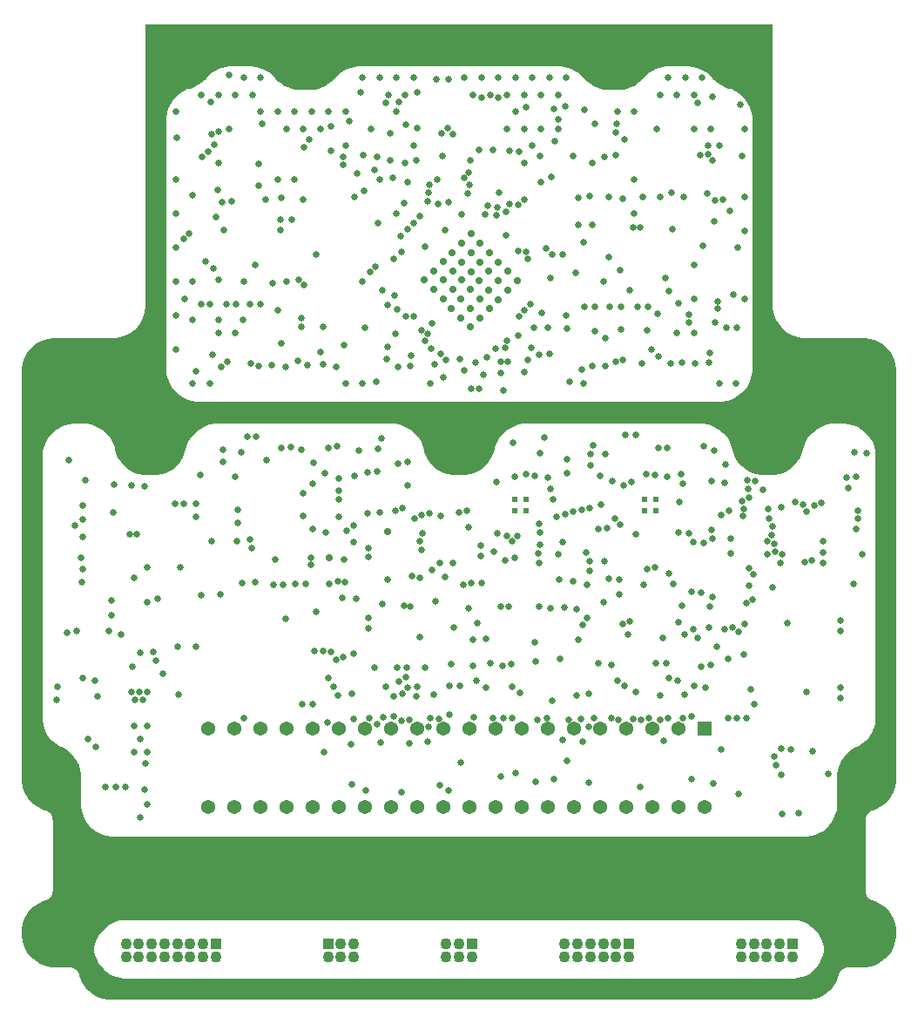
<source format=gbs>
G04*
G04 #@! TF.GenerationSoftware,Altium Limited,Altium Designer,21.4.1 (30)*
G04*
G04 Layer_Color=16711935*
%FSLAX25Y25*%
%MOIN*%
G70*
G04*
G04 #@! TF.SameCoordinates,52388346-E8D1-4751-8710-1ABE23D8764D*
G04*
G04*
G04 #@! TF.FilePolarity,Negative*
G04*
G01*
G75*
%ADD211C,0.05400*%
%ADD212R,0.05400X0.05400*%
%ADD213C,0.00400*%
%ADD214C,0.04337*%
%ADD215R,0.04337X0.04337*%
%ADD216C,0.02600*%
%ADD217C,0.02802*%
%ADD218C,0.02368*%
%ADD219C,0.02762*%
G36*
X351952Y315982D02*
X351978Y315164D01*
X352192Y313543D01*
X352615Y311964D01*
X353241Y310453D01*
X354058Y309037D01*
X355054Y307740D01*
X356210Y306584D01*
X357507Y305588D01*
X358923Y304771D01*
X360434Y304145D01*
X362013Y303722D01*
X363634Y303509D01*
X364452Y303482D01*
X387515D01*
X389140Y303268D01*
X390722Y302844D01*
X392236Y302217D01*
X393655Y301397D01*
X394955Y300400D01*
X396114Y299241D01*
X397111Y297941D01*
X397931Y296522D01*
X398558Y295008D01*
X398982Y293426D01*
X399196Y291801D01*
Y290982D01*
Y134861D01*
Y133854D01*
X398874Y131867D01*
X398238Y129957D01*
X397305Y128174D01*
X396098Y126562D01*
X394649Y125165D01*
X392995Y124017D01*
X391179Y123149D01*
X390214Y122866D01*
X389914Y122765D01*
X389344Y122492D01*
X388825Y122132D01*
X388370Y121693D01*
X387991Y121187D01*
X387698Y120627D01*
X387498Y120028D01*
X387397Y119404D01*
X387385Y119088D01*
Y92207D01*
X387397Y91891D01*
X387498Y91267D01*
X387698Y90667D01*
X387991Y90107D01*
X388370Y89601D01*
X388825Y89163D01*
X389344Y88802D01*
X389914Y88530D01*
X390214Y88429D01*
X390214Y88429D01*
X391179Y88145D01*
X392995Y87277D01*
X394649Y86129D01*
X396098Y84732D01*
X397305Y83121D01*
X398238Y81337D01*
X398874Y79427D01*
X399196Y77440D01*
Y74611D01*
X398982Y72987D01*
X398558Y71404D01*
X397931Y69890D01*
X397111Y68471D01*
X396114Y67171D01*
X394955Y66013D01*
X393655Y65015D01*
X392236Y64196D01*
X390722Y63569D01*
X389140Y63144D01*
X387515Y62931D01*
X380996D01*
X380669Y62917D01*
X380026Y62809D01*
X379409Y62597D01*
X378835Y62285D01*
X378321Y61883D01*
X377881Y61401D01*
X377526Y60854D01*
X377321Y60381D01*
X377266Y60255D01*
X377174Y59941D01*
X377175Y59941D01*
X376924Y58932D01*
X376097Y57025D01*
X374966Y55280D01*
X373563Y53746D01*
X371925Y52464D01*
X370098Y51471D01*
X368132Y50794D01*
X366082Y50450D01*
X97664D01*
X95613Y50794D01*
X93647Y51471D01*
X91821Y52464D01*
X90183Y53746D01*
X88779Y55280D01*
X87648Y57025D01*
X86821Y58932D01*
X86571Y59941D01*
X86479Y60255D01*
X86220Y60854D01*
X85865Y61401D01*
X85424Y61883D01*
X84910Y62285D01*
X84337Y62597D01*
X83720Y62809D01*
X83076Y62917D01*
X82750Y62931D01*
X76231D01*
X74606Y63144D01*
X73023Y63569D01*
X71509Y64196D01*
X70091Y65015D01*
X68791Y66013D01*
X67632Y67171D01*
X66634Y68471D01*
X65815Y69890D01*
X65188Y71404D01*
X64764Y72987D01*
X64550Y74611D01*
Y77440D01*
X64872Y79427D01*
X65508Y81337D01*
X66441Y83121D01*
X67648Y84732D01*
X69096Y86129D01*
X70750Y87277D01*
X72566Y88145D01*
X73532Y88429D01*
X73532Y88429D01*
X73832Y88530D01*
X74402Y88802D01*
X74921Y89163D01*
X75376Y89601D01*
X75755Y90107D01*
X76048Y90667D01*
X76247Y91267D01*
X76348Y91891D01*
X76361Y92207D01*
Y119088D01*
X76348Y119404D01*
X76247Y120028D01*
X76048Y120627D01*
X75755Y121187D01*
X75376Y121693D01*
X74921Y122132D01*
X74402Y122492D01*
X73832Y122765D01*
X73532Y122866D01*
X72566Y123149D01*
X70750Y124017D01*
X69096Y125165D01*
X67648Y126562D01*
X66441Y128174D01*
X65508Y129957D01*
X64872Y131867D01*
X64550Y133854D01*
Y134861D01*
Y290982D01*
Y291801D01*
X64764Y293426D01*
X65188Y295008D01*
X65815Y296522D01*
X66634Y297941D01*
X67632Y299241D01*
X68791Y300400D01*
X70091Y301397D01*
X71509Y302217D01*
X73023Y302844D01*
X74606Y303268D01*
X76231Y303482D01*
X99294D01*
X100112Y303509D01*
X101733Y303722D01*
X103312Y304145D01*
X104823Y304771D01*
X106239Y305588D01*
X107536Y306584D01*
X108692Y307740D01*
X109687Y309037D01*
X110505Y310453D01*
X111131Y311964D01*
X111554Y313543D01*
X111767Y315164D01*
X111794Y315982D01*
Y423403D01*
X351952D01*
Y315982D01*
D02*
G37*
%LPC*%
G36*
X320002Y407347D02*
X311294D01*
X309940Y407199D01*
X308610Y406905D01*
X307320Y406468D01*
X306084Y405893D01*
X304919Y405188D01*
X303837Y404360D01*
X302852Y403419D01*
X302413Y402898D01*
X301961Y402390D01*
X300977Y401451D01*
X299897Y400624D01*
X298733Y399920D01*
X297500Y399346D01*
X296212Y398909D01*
X294884Y398616D01*
X293532Y398468D01*
X292851Y398449D01*
X289232D01*
X288552Y398468D01*
X287199Y398616D01*
X285872Y398909D01*
X284583Y399346D01*
X283350Y399920D01*
X282186Y400624D01*
X281106Y401451D01*
X280122Y402390D01*
X279670Y402898D01*
X279231Y403419D01*
X278246Y404360D01*
X277164Y405188D01*
X275999Y405893D01*
X274764Y406468D01*
X273474Y406905D01*
X272143Y407199D01*
X270789Y407347D01*
X193184D01*
X191830Y407199D01*
X190500Y406905D01*
X189209Y406468D01*
X187974Y405893D01*
X186809Y405188D01*
X185727Y404360D01*
X184742Y403419D01*
X184303Y402898D01*
Y402898D01*
X183851Y402390D01*
X182867Y401451D01*
X181787Y400624D01*
X180623Y399920D01*
X179390Y399346D01*
X178102Y398909D01*
X176774Y398616D01*
X175421Y398468D01*
X174741Y398449D01*
X171122D01*
X170441Y398468D01*
X169089Y398616D01*
X167761Y398909D01*
X166473Y399346D01*
X165240Y399920D01*
X164076Y400624D01*
X162996Y401451D01*
X162012Y402390D01*
X161560Y402898D01*
X161121Y403419D01*
X160136Y404360D01*
X159054Y405188D01*
X157888Y405893D01*
X156653Y406468D01*
X155363Y406905D01*
X154033Y407199D01*
X152679Y407347D01*
X143971D01*
X142617Y407199D01*
X141287Y406905D01*
X139997Y406468D01*
X138762Y405893D01*
X137596Y405188D01*
X136515Y404360D01*
X135529Y403419D01*
X135090Y402898D01*
Y402898D01*
X134463Y402207D01*
X133063Y400975D01*
X131495Y399965D01*
X129794Y399199D01*
X128905Y398914D01*
X127927Y398640D01*
X126086Y397782D01*
X124407Y396639D01*
X122934Y395239D01*
X121707Y393620D01*
X120757Y391825D01*
X120110Y389899D01*
X119782Y387894D01*
Y386879D01*
Y291737D01*
Y290917D01*
X119996Y289293D01*
X120420Y287710D01*
X121047Y286196D01*
X121866Y284777D01*
X122864Y283477D01*
X124022Y282318D01*
X125322Y281321D01*
X126741Y280502D01*
X128255Y279875D01*
X129838Y279450D01*
X131463Y279237D01*
X332510D01*
X334135Y279450D01*
X335718Y279875D01*
X337232Y280502D01*
X338651Y281321D01*
X339951Y282318D01*
X341109Y283477D01*
X342107Y284777D01*
X342926Y286196D01*
X343553Y287710D01*
X343977Y289293D01*
X344191Y290917D01*
Y291737D01*
Y386879D01*
Y387894D01*
X343863Y389899D01*
X343216Y391825D01*
X342266Y393620D01*
X341039Y395239D01*
X339566Y396639D01*
X337887Y397782D01*
X336046Y398640D01*
X335068Y398914D01*
Y398914D01*
X335068Y398914D01*
X334179Y399199D01*
X332478Y399965D01*
X330910Y400975D01*
X329510Y402207D01*
X328883Y402898D01*
X328444Y403419D01*
X327458Y404360D01*
X326377Y405188D01*
X325211Y405893D01*
X323976Y406468D01*
X322686Y406905D01*
X321356Y407199D01*
X320002Y407347D01*
D02*
G37*
G36*
X379646Y270655D02*
X374634D01*
X372540Y270296D01*
X370536Y269589D01*
X368680Y268554D01*
X367026Y267221D01*
X365620Y265628D01*
X364504Y263820D01*
X363708Y261850D01*
X363482Y260812D01*
X363482Y260812D01*
X363213Y259787D01*
X362420Y257824D01*
X361308Y256023D01*
X359907Y254436D01*
X358259Y253107D01*
X356410Y252076D01*
X354413Y251372D01*
X352326Y251014D01*
X351268Y250970D01*
X348709D01*
X347650Y251014D01*
X345564Y251372D01*
X343567Y252076D01*
X341718Y253107D01*
X340070Y254436D01*
X338669Y256023D01*
X337556Y257824D01*
X336763Y259787D01*
X336494Y260812D01*
X336494D01*
X336269Y261850D01*
X335473Y263820D01*
X334356Y265628D01*
X332951Y267221D01*
X331296Y268554D01*
X329441Y269589D01*
X327437Y270296D01*
X325343Y270655D01*
X256524D01*
X254429Y270296D01*
X252426Y269589D01*
X250570Y268554D01*
X248916Y267221D01*
X247510Y265628D01*
X246393Y263820D01*
X245598Y261850D01*
X245372Y260812D01*
X245372Y260812D01*
X245103Y259787D01*
X244310Y257824D01*
X243197Y256023D01*
X241797Y254436D01*
X240148Y253107D01*
X238299Y252076D01*
X236303Y251372D01*
X234216Y251014D01*
X233158Y250970D01*
X230598D01*
X229540Y251014D01*
X227453Y251372D01*
X225457Y252076D01*
X223608Y253107D01*
X221959Y254436D01*
X220559Y256023D01*
X219446Y257824D01*
X218653Y259787D01*
X218384Y260812D01*
X218384D01*
X218158Y261850D01*
X217363Y263820D01*
X216246Y265628D01*
X214840Y267221D01*
X213186Y268554D01*
X211330Y269589D01*
X209327Y270296D01*
X207232Y270655D01*
X138414D01*
X136319Y270296D01*
X134316Y269589D01*
X132460Y268554D01*
X130805Y267221D01*
X129400Y265628D01*
X128283Y263820D01*
X127487Y261850D01*
X127262Y260812D01*
X127262Y260812D01*
X126993Y259787D01*
X126200Y257824D01*
X125087Y256023D01*
X123687Y254436D01*
X122038Y253107D01*
X120189Y252076D01*
X118193Y251372D01*
X116106Y251014D01*
X115047Y250970D01*
X112488D01*
X111430Y251014D01*
X109343Y251372D01*
X107346Y252076D01*
X105498Y253107D01*
X103849Y254436D01*
X102448Y256023D01*
X101336Y257824D01*
X100543Y259787D01*
X100274Y260812D01*
X100274Y260812D01*
X100048Y261850D01*
X99253Y263820D01*
X98136Y265628D01*
X96730Y267221D01*
X95076Y268554D01*
X93220Y269589D01*
X91216Y270296D01*
X89122Y270655D01*
X84110D01*
X82485Y270441D01*
X80903Y270017D01*
X79389Y269390D01*
X77970Y268570D01*
X76670Y267573D01*
X75511Y266414D01*
X74514Y265114D01*
X73694Y263695D01*
X73067Y262181D01*
X72643Y260598D01*
X72429Y258974D01*
Y258155D01*
Y158443D01*
Y157544D01*
X72687Y155764D01*
X73196Y154040D01*
X73947Y152406D01*
X74924Y150896D01*
X76108Y149542D01*
X77472Y148371D01*
X78991Y147407D01*
X79811Y147039D01*
X80616Y146642D01*
X82131Y145681D01*
X83492Y144513D01*
X84672Y143163D01*
X85647Y141657D01*
X86396Y140027D01*
X86904Y138307D01*
X87161Y136532D01*
X87193Y135635D01*
Y125359D01*
Y124540D01*
X87407Y122915D01*
X87831Y121333D01*
X88458Y119819D01*
X89277Y118400D01*
X90275Y117100D01*
X91434Y115941D01*
X92734Y114944D01*
X94152Y114124D01*
X95666Y113497D01*
X97249Y113073D01*
X98874Y112859D01*
X364882D01*
X366507Y113073D01*
X368090Y113497D01*
X369604Y114124D01*
X371023Y114944D01*
X372323Y115941D01*
X373481Y117100D01*
X374479Y118400D01*
X375298Y119819D01*
X375925Y121333D01*
X376349Y122915D01*
X376563Y124540D01*
Y125359D01*
Y135635D01*
X376595Y136532D01*
X376852Y138307D01*
X377360Y140027D01*
X378109Y141657D01*
X379084Y143163D01*
X380264Y144513D01*
X381626Y145681D01*
X383140Y146642D01*
X383945Y147039D01*
X383945Y147039D01*
Y147039D01*
X384765Y147407D01*
X386284Y148371D01*
X387649Y149542D01*
X388832Y150896D01*
X389809Y152406D01*
X390560Y154040D01*
X391070Y155764D01*
X391327Y157544D01*
Y158443D01*
Y258155D01*
Y258974D01*
X391113Y260598D01*
X390689Y262181D01*
X390062Y263695D01*
X389243Y265114D01*
X388245Y266414D01*
X387086Y267573D01*
X385786Y268570D01*
X384367Y269390D01*
X382854Y270017D01*
X381271Y270441D01*
X379646Y270655D01*
D02*
G37*
G36*
X359918Y80866D02*
X103861D01*
X102343Y80680D01*
X100859Y80309D01*
X99431Y79761D01*
X98080Y79043D01*
X96827Y78165D01*
X95691Y77141D01*
X94688Y75986D01*
X93833Y74718D01*
X93139Y73354D01*
X92616Y71917D01*
X92273Y70426D01*
X92194Y69665D01*
X92273Y68905D01*
X92616Y67414D01*
X93139Y65976D01*
X93833Y64613D01*
X94688Y63345D01*
X95691Y62190D01*
X96827Y61166D01*
X98080Y60288D01*
X99431Y59570D01*
X100859Y59021D01*
X102343Y58651D01*
X103861Y58465D01*
X359918D01*
X361437Y58651D01*
X362921Y59021D01*
X364349Y59570D01*
X365699Y60288D01*
X366952Y61166D01*
X368089Y62190D01*
X369092Y63345D01*
X369947Y64613D01*
X370640Y65976D01*
X371163Y67414D01*
X371506Y68905D01*
X371586Y69665D01*
X371586Y69665D01*
X371506Y70426D01*
X371163Y71917D01*
X370640Y73354D01*
X369947Y74718D01*
X369092Y75986D01*
X368089Y77141D01*
X366952Y78165D01*
X365699Y79043D01*
X364349Y79761D01*
X362921Y80309D01*
X361437Y80680D01*
X359918Y80866D01*
D02*
G37*
%LPD*%
D211*
X135827Y154016D02*
D03*
Y124016D02*
D03*
X145827Y154016D02*
D03*
Y124016D02*
D03*
X155827Y154016D02*
D03*
Y124016D02*
D03*
X165827Y154016D02*
D03*
Y124016D02*
D03*
X175827Y154016D02*
D03*
Y124016D02*
D03*
X185827Y154016D02*
D03*
Y124016D02*
D03*
X195827Y154016D02*
D03*
Y124016D02*
D03*
X205827Y154016D02*
D03*
Y124016D02*
D03*
X215827Y154016D02*
D03*
Y124016D02*
D03*
X226002Y153998D02*
D03*
Y123998D02*
D03*
X236002Y153998D02*
D03*
Y123998D02*
D03*
X246002Y153998D02*
D03*
Y123998D02*
D03*
X256002Y153998D02*
D03*
Y123998D02*
D03*
X266002Y153998D02*
D03*
Y123998D02*
D03*
X276002Y153998D02*
D03*
Y123998D02*
D03*
X286002Y153998D02*
D03*
Y123998D02*
D03*
X296002Y153998D02*
D03*
Y123998D02*
D03*
X306002Y153998D02*
D03*
Y123998D02*
D03*
X316002Y153998D02*
D03*
Y123998D02*
D03*
X325915Y124234D02*
D03*
D212*
Y154234D02*
D03*
D213*
X222080Y69402D02*
D03*
X241765D02*
D03*
X176805Y69402D02*
D03*
X196490D02*
D03*
X143734Y69402D02*
D03*
X99442D02*
D03*
X267356D02*
D03*
X301805D02*
D03*
X334876Y69402D02*
D03*
X364403D02*
D03*
X387402Y76772D02*
D03*
Y133858D02*
D03*
X76378Y76772D02*
D03*
Y133858D02*
D03*
X231496Y90551D02*
D03*
X113386D02*
D03*
X349606D02*
D03*
X350000Y266142D02*
D03*
X113780D02*
D03*
X231890D02*
D03*
X387402Y289370D02*
D03*
X76378D02*
D03*
X340157Y407087D02*
D03*
X290945D02*
D03*
X172835D02*
D03*
X123622D02*
D03*
D214*
X227002Y66942D02*
D03*
X231923D02*
D03*
X236844D02*
D03*
X227002Y71863D02*
D03*
X231923D02*
D03*
X186647Y71863D02*
D03*
X191569D02*
D03*
X181726Y66942D02*
D03*
X186647D02*
D03*
X191569D02*
D03*
X104364Y71863D02*
D03*
Y66942D02*
D03*
X109285Y71863D02*
D03*
Y66942D02*
D03*
X114206Y71863D02*
D03*
Y66942D02*
D03*
X133891Y71863D02*
D03*
X128970D02*
D03*
X124049D02*
D03*
X119128D02*
D03*
X138813Y66942D02*
D03*
X133891D02*
D03*
X128970D02*
D03*
X124049D02*
D03*
X119128D02*
D03*
X277198D02*
D03*
X282120D02*
D03*
X287041D02*
D03*
X291962D02*
D03*
X296883D02*
D03*
X277198Y71863D02*
D03*
X282120D02*
D03*
X287041D02*
D03*
X291962D02*
D03*
X272277Y66942D02*
D03*
Y71863D02*
D03*
X339797Y66942D02*
D03*
X344718D02*
D03*
X349639D02*
D03*
X354561D02*
D03*
X359482D02*
D03*
X339797Y71863D02*
D03*
X344718D02*
D03*
X349639D02*
D03*
X354561D02*
D03*
D215*
X236844Y71863D02*
D03*
X181726Y71863D02*
D03*
X138813Y71863D02*
D03*
X296883D02*
D03*
X359482Y71863D02*
D03*
D216*
X383700Y250500D02*
D03*
X340233Y241088D02*
D03*
X340895Y238264D02*
D03*
X342600Y245800D02*
D03*
X351700Y208100D02*
D03*
X340510Y235390D02*
D03*
X352561Y224828D02*
D03*
X349791Y225687D02*
D03*
X351400Y228100D02*
D03*
X342699Y242614D02*
D03*
X345221Y248882D02*
D03*
X348281Y245500D02*
D03*
X335200Y237300D02*
D03*
X380100Y250000D02*
D03*
X383300Y259786D02*
D03*
X387800Y259500D02*
D03*
X380766Y245965D02*
D03*
X360416Y240716D02*
D03*
X384500Y234500D02*
D03*
X384575Y237575D02*
D03*
X258300Y295200D02*
D03*
X328900Y226900D02*
D03*
X342200Y249000D02*
D03*
X352600Y143300D02*
D03*
X386300Y220900D02*
D03*
X371194Y217407D02*
D03*
X371100Y221500D02*
D03*
X364018Y217705D02*
D03*
X366831Y218408D02*
D03*
X382800Y209500D02*
D03*
X343000Y215500D02*
D03*
X344396Y212958D02*
D03*
X335000Y158100D02*
D03*
X175900Y163300D02*
D03*
X202700Y158400D02*
D03*
X224800Y235400D02*
D03*
X293600Y232200D02*
D03*
X364700Y168100D02*
D03*
X357500Y194500D02*
D03*
X350100Y238200D02*
D03*
X350600Y234400D02*
D03*
X351800Y231300D02*
D03*
X353064Y140236D02*
D03*
X233400Y209100D02*
D03*
X317100Y201000D02*
D03*
X246600Y228820D02*
D03*
X182100Y209600D02*
D03*
X367300Y145500D02*
D03*
X297338Y195000D02*
D03*
X221500Y214800D02*
D03*
X217500Y235800D02*
D03*
X340716Y182516D02*
D03*
X352800Y221938D02*
D03*
X355483Y220800D02*
D03*
X273300Y251700D02*
D03*
X275486Y237089D02*
D03*
X269100Y235000D02*
D03*
X281876Y214476D02*
D03*
X150900Y265900D02*
D03*
X354976Y217476D02*
D03*
X333600Y192000D02*
D03*
X342729Y208929D02*
D03*
X325377Y225125D02*
D03*
X328600Y229983D02*
D03*
X335776Y226700D02*
D03*
X321500Y225300D02*
D03*
X332300Y235800D02*
D03*
X328700Y204600D02*
D03*
X252200Y225800D02*
D03*
X250244Y227941D02*
D03*
X254301Y227799D02*
D03*
X185600Y166700D02*
D03*
X221000Y158000D02*
D03*
X237400Y158400D02*
D03*
X244861Y158143D02*
D03*
X265593Y158278D02*
D03*
X273687Y157621D02*
D03*
X293000Y157600D02*
D03*
X304418Y157995D02*
D03*
X312000Y158000D02*
D03*
X317452Y158046D02*
D03*
X338293Y158107D02*
D03*
X324500Y206200D02*
D03*
X320700Y206300D02*
D03*
X291600Y234500D02*
D03*
X283100Y262600D02*
D03*
X220600Y236300D02*
D03*
X217600Y222300D02*
D03*
X217800Y228800D02*
D03*
X210121Y238500D02*
D03*
X201400Y236900D02*
D03*
X87876Y227524D02*
D03*
X349900Y220700D02*
D03*
X335976Y221000D02*
D03*
X378000Y165950D02*
D03*
Y169950D02*
D03*
X377900Y195500D02*
D03*
Y191500D02*
D03*
X382500Y142500D02*
D03*
X373200Y136700D02*
D03*
X341250Y90000D02*
D03*
X371250Y105000D02*
D03*
X338710Y190991D02*
D03*
X370538Y240500D02*
D03*
X367804Y239400D02*
D03*
X363666Y239892D02*
D03*
X364900Y237100D02*
D03*
X383900Y230400D02*
D03*
X371300Y225900D02*
D03*
X324500Y177800D02*
D03*
X216927Y189000D02*
D03*
X214009Y212331D02*
D03*
X216970Y225631D02*
D03*
X242300Y169700D02*
D03*
X215900Y170100D02*
D03*
X295000Y247000D02*
D03*
X316844Y251357D02*
D03*
X333750Y255024D02*
D03*
X328437Y248712D02*
D03*
X355079Y238870D02*
D03*
X358800Y146200D02*
D03*
X355200Y136400D02*
D03*
X355100Y146300D02*
D03*
X344144Y203562D02*
D03*
X333500Y248000D02*
D03*
X355600Y121400D02*
D03*
X361832Y121700D02*
D03*
X356000Y256200D02*
D03*
X228900Y178700D02*
D03*
X228340Y170400D02*
D03*
X232300D02*
D03*
X339000Y129200D02*
D03*
X332200Y146000D02*
D03*
X307100Y179000D02*
D03*
X308701Y157623D02*
D03*
X238450Y172350D02*
D03*
X212193Y169706D02*
D03*
X208870Y172283D02*
D03*
X210200Y167600D02*
D03*
X197300Y192500D02*
D03*
Y196500D02*
D03*
X308700Y166800D02*
D03*
X186000Y235100D02*
D03*
X180900Y229200D02*
D03*
X329300Y133000D02*
D03*
X275550Y210375D02*
D03*
X271500Y225400D02*
D03*
X92600Y172500D02*
D03*
X96563Y54423D02*
D03*
X102063Y54323D02*
D03*
X108063D02*
D03*
X114063D02*
D03*
X120063D02*
D03*
X126063D02*
D03*
X132063D02*
D03*
X138063D02*
D03*
X144063D02*
D03*
X150063D02*
D03*
X303800Y215100D02*
D03*
X306700Y215856D02*
D03*
X183000Y183600D02*
D03*
X179700Y183700D02*
D03*
X177100Y198800D02*
D03*
X165500Y196200D02*
D03*
X176500Y183700D02*
D03*
X208110Y177500D02*
D03*
X184929Y180354D02*
D03*
X211400Y173700D02*
D03*
X218800Y177500D02*
D03*
X199600D02*
D03*
X212000D02*
D03*
X187564Y181564D02*
D03*
X191643Y182755D02*
D03*
X69000Y264000D02*
D03*
Y252000D02*
D03*
Y240000D02*
D03*
Y228000D02*
D03*
Y216000D02*
D03*
Y204000D02*
D03*
Y192000D02*
D03*
Y180000D02*
D03*
Y168000D02*
D03*
Y156000D02*
D03*
X366000Y54000D02*
D03*
X360000D02*
D03*
X354000D02*
D03*
X348000D02*
D03*
X342000D02*
D03*
X336000D02*
D03*
X330000D02*
D03*
X324000D02*
D03*
X318000D02*
D03*
X312000D02*
D03*
X306000D02*
D03*
X300000D02*
D03*
X294000D02*
D03*
X288000D02*
D03*
X282000D02*
D03*
X276000D02*
D03*
X270000D02*
D03*
X264000D02*
D03*
X258000D02*
D03*
X252000D02*
D03*
X246000D02*
D03*
X240000D02*
D03*
X234000D02*
D03*
X228000D02*
D03*
X222000D02*
D03*
X216000D02*
D03*
X210000D02*
D03*
X204000D02*
D03*
X198000D02*
D03*
X192000D02*
D03*
X186000D02*
D03*
X180000D02*
D03*
X174000D02*
D03*
X168000D02*
D03*
X162000D02*
D03*
X156000D02*
D03*
X333000Y276000D02*
D03*
X327000D02*
D03*
X321000D02*
D03*
X315000D02*
D03*
X309000D02*
D03*
X303000D02*
D03*
X291000D02*
D03*
X279000D02*
D03*
X273000D02*
D03*
X267000D02*
D03*
X249000D02*
D03*
X237000D02*
D03*
X225000D02*
D03*
X222000Y270000D02*
D03*
X219000Y276000D02*
D03*
X195000D02*
D03*
X189000D02*
D03*
X177000D02*
D03*
X171000D02*
D03*
X159000D02*
D03*
X153000D02*
D03*
X147000D02*
D03*
X141000D02*
D03*
X135000D02*
D03*
X129000D02*
D03*
X393750Y285000D02*
D03*
X390000Y277500D02*
D03*
X393750Y270000D02*
D03*
Y255000D02*
D03*
Y240000D02*
D03*
Y225000D02*
D03*
Y210000D02*
D03*
Y195000D02*
D03*
Y180000D02*
D03*
Y165000D02*
D03*
Y150000D02*
D03*
X390000Y142500D02*
D03*
Y67500D02*
D03*
X382500Y277500D02*
D03*
Y127500D02*
D03*
Y112500D02*
D03*
Y97500D02*
D03*
Y67500D02*
D03*
X375000Y292500D02*
D03*
X378750Y285000D02*
D03*
X375000Y277500D02*
D03*
X378750Y105000D02*
D03*
Y90000D02*
D03*
Y75000D02*
D03*
X375000Y67500D02*
D03*
X367500Y292500D02*
D03*
X371250Y285000D02*
D03*
X367500Y277500D02*
D03*
Y97500D02*
D03*
X371250Y90000D02*
D03*
X363750Y300000D02*
D03*
Y285000D02*
D03*
X360000Y277500D02*
D03*
Y262500D02*
D03*
X363750Y105000D02*
D03*
X360000Y97500D02*
D03*
X363750Y90000D02*
D03*
X352500Y307500D02*
D03*
X356250Y300000D02*
D03*
X352500Y292500D02*
D03*
Y277500D02*
D03*
X356250Y105000D02*
D03*
X348750Y405000D02*
D03*
Y390000D02*
D03*
Y375000D02*
D03*
Y360000D02*
D03*
Y345000D02*
D03*
Y330000D02*
D03*
Y315000D02*
D03*
Y300000D02*
D03*
Y285000D02*
D03*
Y255000D02*
D03*
X337500Y277500D02*
D03*
X341250Y270000D02*
D03*
Y105000D02*
D03*
X330000Y412500D02*
D03*
X333750Y105000D02*
D03*
X330000Y97500D02*
D03*
X322500Y412500D02*
D03*
X326250Y105000D02*
D03*
Y90000D02*
D03*
X315000Y412500D02*
D03*
X318750Y105000D02*
D03*
X315000Y97500D02*
D03*
X307500Y412500D02*
D03*
X311250Y105000D02*
D03*
X307500Y97500D02*
D03*
X300000Y412500D02*
D03*
X303750Y105000D02*
D03*
X300000Y97500D02*
D03*
X296250Y105000D02*
D03*
X292500Y97500D02*
D03*
X296250Y90000D02*
D03*
X285000Y412500D02*
D03*
X288750Y105000D02*
D03*
X285000Y97500D02*
D03*
X288750Y90000D02*
D03*
X277500Y412500D02*
D03*
X281250Y405000D02*
D03*
Y105000D02*
D03*
X277500Y97500D02*
D03*
X281250Y90000D02*
D03*
X270000Y412500D02*
D03*
X273750Y105000D02*
D03*
X270000Y97500D02*
D03*
X273750Y90000D02*
D03*
X262500Y412500D02*
D03*
Y232500D02*
D03*
Y217500D02*
D03*
X266250Y105000D02*
D03*
X262500Y97500D02*
D03*
X266250Y90000D02*
D03*
X255000Y412500D02*
D03*
X258750Y105000D02*
D03*
X255000Y97500D02*
D03*
X258750Y90000D02*
D03*
X247500Y412500D02*
D03*
X240000D02*
D03*
X243750Y105000D02*
D03*
X240000Y97500D02*
D03*
X243750Y90000D02*
D03*
X232500Y412500D02*
D03*
X236250Y255000D02*
D03*
Y105000D02*
D03*
X225000Y412500D02*
D03*
Y262500D02*
D03*
X228750Y255000D02*
D03*
X225000Y97500D02*
D03*
X217500Y412500D02*
D03*
X221250Y105000D02*
D03*
Y90000D02*
D03*
X210000Y412500D02*
D03*
X213750Y105000D02*
D03*
X210000Y97500D02*
D03*
X213750Y90000D02*
D03*
X202500Y412500D02*
D03*
X206250Y105000D02*
D03*
X202500Y97500D02*
D03*
X206250Y90000D02*
D03*
X195000Y412500D02*
D03*
X198750Y105000D02*
D03*
X195000Y97500D02*
D03*
X198750Y90000D02*
D03*
X187500Y412500D02*
D03*
X191250Y105000D02*
D03*
X187500Y97500D02*
D03*
X191250Y90000D02*
D03*
X180000Y412500D02*
D03*
X183750Y105000D02*
D03*
X180000Y97500D02*
D03*
X183750Y90000D02*
D03*
X176250Y105000D02*
D03*
X172500Y97500D02*
D03*
X176250Y90000D02*
D03*
X165000Y412500D02*
D03*
X168750Y105000D02*
D03*
X165000Y97500D02*
D03*
X168750Y90000D02*
D03*
X157500Y412500D02*
D03*
X161250Y105000D02*
D03*
X157500Y97500D02*
D03*
X161250Y90000D02*
D03*
X150000Y412500D02*
D03*
X153750Y210000D02*
D03*
Y105000D02*
D03*
Y90000D02*
D03*
X142500Y412500D02*
D03*
X146250Y105000D02*
D03*
Y90000D02*
D03*
X135000Y412500D02*
D03*
X138750Y105000D02*
D03*
X135000Y97500D02*
D03*
X138750Y90000D02*
D03*
X131250Y405000D02*
D03*
Y240000D02*
D03*
Y105000D02*
D03*
X127500Y97500D02*
D03*
X131250Y90000D02*
D03*
X123750Y270000D02*
D03*
Y105000D02*
D03*
X120000Y97500D02*
D03*
X123750Y90000D02*
D03*
X116250Y405000D02*
D03*
Y390000D02*
D03*
Y375000D02*
D03*
Y360000D02*
D03*
Y345000D02*
D03*
Y330000D02*
D03*
Y315000D02*
D03*
X112500Y307500D02*
D03*
X116250Y300000D02*
D03*
X112500Y292500D02*
D03*
X116250Y285000D02*
D03*
X112500Y277500D02*
D03*
X116250Y255000D02*
D03*
Y105000D02*
D03*
X108750Y300000D02*
D03*
X105000Y277500D02*
D03*
Y262500D02*
D03*
X108750Y255000D02*
D03*
Y105000D02*
D03*
X105000Y97500D02*
D03*
X101250Y300000D02*
D03*
X97500Y292500D02*
D03*
X101250Y285000D02*
D03*
X97500Y277500D02*
D03*
X101250Y105000D02*
D03*
X97500Y97500D02*
D03*
X101250Y90000D02*
D03*
X90000Y292500D02*
D03*
X93750Y285000D02*
D03*
X90000Y277500D02*
D03*
X93750Y105000D02*
D03*
X90000Y97500D02*
D03*
X93750Y90000D02*
D03*
X90000Y82500D02*
D03*
X86250Y285000D02*
D03*
X82500Y277500D02*
D03*
Y127500D02*
D03*
Y112500D02*
D03*
X86250Y105000D02*
D03*
X82500Y97500D02*
D03*
X86250Y90000D02*
D03*
X82500Y82500D02*
D03*
X86250Y75000D02*
D03*
X82500Y67500D02*
D03*
X75000Y277500D02*
D03*
Y142500D02*
D03*
Y67500D02*
D03*
X213200Y200900D02*
D03*
X102508Y190208D02*
D03*
X273300Y257200D02*
D03*
X204000Y393400D02*
D03*
X197100Y223000D02*
D03*
X289600Y315400D02*
D03*
X275500Y373000D02*
D03*
X208525Y255375D02*
D03*
X212163Y256111D02*
D03*
X210900Y201100D02*
D03*
X217000Y211709D02*
D03*
X191615Y225394D02*
D03*
X188896Y229884D02*
D03*
X279900Y315500D02*
D03*
X290369Y248631D02*
D03*
X207429Y237370D02*
D03*
X283900Y315500D02*
D03*
X293900Y315400D02*
D03*
X304100D02*
D03*
X300100Y315500D02*
D03*
X171600Y307700D02*
D03*
Y311000D02*
D03*
X213400Y296700D02*
D03*
X338300Y307600D02*
D03*
X265700Y307500D02*
D03*
X260500Y307600D02*
D03*
X214862Y234300D02*
D03*
X298400Y345800D02*
D03*
X301300D02*
D03*
X293600Y329400D02*
D03*
X153900Y331500D02*
D03*
X167800Y348700D02*
D03*
X163500Y348900D02*
D03*
X295600Y266620D02*
D03*
X299600Y266300D02*
D03*
X262900Y229100D02*
D03*
X235501Y231200D02*
D03*
X285800Y250900D02*
D03*
X253263Y250293D02*
D03*
X252500Y263300D02*
D03*
X262809Y259409D02*
D03*
X231800Y236900D02*
D03*
X234700Y237500D02*
D03*
X246222Y248323D02*
D03*
X262700Y224300D02*
D03*
X220200Y359100D02*
D03*
X220500Y361984D02*
D03*
X212300Y363100D02*
D03*
X148446Y259771D02*
D03*
X215900Y397300D02*
D03*
X208700Y393900D02*
D03*
X211500Y385100D02*
D03*
X286301Y239697D02*
D03*
X315700Y194800D02*
D03*
X257000Y356600D02*
D03*
X199500Y367700D02*
D03*
X287450Y372800D02*
D03*
X279450Y340100D02*
D03*
X279950Y390700D02*
D03*
X272550Y392200D02*
D03*
X215550Y371500D02*
D03*
X236150Y371300D02*
D03*
X200550Y372800D02*
D03*
X172050Y356600D02*
D03*
X163750Y357000D02*
D03*
X339650Y392700D02*
D03*
X313050Y359200D02*
D03*
X143700Y404000D02*
D03*
X341250Y383500D02*
D03*
Y357500D02*
D03*
Y344500D02*
D03*
Y318500D02*
D03*
X338000Y286000D02*
D03*
X331500Y377000D02*
D03*
Y286000D02*
D03*
X325000Y403000D02*
D03*
X328250Y383500D02*
D03*
X318500Y403000D02*
D03*
X321750Y396500D02*
D03*
Y383500D02*
D03*
Y331500D02*
D03*
Y318500D02*
D03*
Y305500D02*
D03*
X312000Y403000D02*
D03*
X315250Y396500D02*
D03*
Y305500D02*
D03*
X308750Y396500D02*
D03*
Y357500D02*
D03*
X305500Y299000D02*
D03*
X299000Y390000D02*
D03*
Y364000D02*
D03*
X302250Y357500D02*
D03*
X299000Y351000D02*
D03*
X292500Y390000D02*
D03*
X289250Y357500D02*
D03*
X282750Y370500D02*
D03*
X279500Y286000D02*
D03*
X273000Y403000D02*
D03*
Y312000D02*
D03*
X266500Y403000D02*
D03*
X269750Y396500D02*
D03*
Y383500D02*
D03*
X260000Y403000D02*
D03*
X263250Y396500D02*
D03*
Y383500D02*
D03*
X260000Y377000D02*
D03*
X253500Y403000D02*
D03*
X256750Y396500D02*
D03*
X253500Y390000D02*
D03*
X256750Y383500D02*
D03*
Y370500D02*
D03*
X247000Y403000D02*
D03*
X250250Y396500D02*
D03*
Y383500D02*
D03*
X240500Y403000D02*
D03*
X243750Y396500D02*
D03*
X234000Y403000D02*
D03*
X237250Y396500D02*
D03*
X221000Y286000D02*
D03*
X214500Y403000D02*
D03*
Y377000D02*
D03*
X208000Y403000D02*
D03*
X211250Y396500D02*
D03*
X208000Y390000D02*
D03*
X211250Y370500D02*
D03*
X208000Y351000D02*
D03*
X201500Y403000D02*
D03*
X204750Y396500D02*
D03*
X201500Y364000D02*
D03*
X195000Y403000D02*
D03*
X198250Y383500D02*
D03*
X195000Y325000D02*
D03*
Y286000D02*
D03*
X188500Y390000D02*
D03*
Y377000D02*
D03*
Y286000D02*
D03*
X182000Y390000D02*
D03*
X175500D02*
D03*
X178750Y383500D02*
D03*
X169000Y390000D02*
D03*
X172250Y383500D02*
D03*
X169000Y364000D02*
D03*
X162500Y390000D02*
D03*
X165750Y383500D02*
D03*
X162500Y364000D02*
D03*
X156000Y403000D02*
D03*
Y390000D02*
D03*
X149500Y403000D02*
D03*
X152750Y396500D02*
D03*
X146250D02*
D03*
Y305500D02*
D03*
X139750Y396500D02*
D03*
Y370500D02*
D03*
Y305500D02*
D03*
X136500Y286000D02*
D03*
X133250Y396500D02*
D03*
X130000Y325000D02*
D03*
Y286000D02*
D03*
X123500Y390000D02*
D03*
Y364000D02*
D03*
Y351000D02*
D03*
Y338000D02*
D03*
Y325000D02*
D03*
X126750Y318500D02*
D03*
X123500Y312000D02*
D03*
Y299000D02*
D03*
X289299Y211300D02*
D03*
X281400Y167600D02*
D03*
X293100Y211200D02*
D03*
X207600Y305200D02*
D03*
X221600Y309100D02*
D03*
X211500Y311926D02*
D03*
X214400Y311900D02*
D03*
X254400Y354400D02*
D03*
X251200Y354700D02*
D03*
X249685Y342885D02*
D03*
X263300Y363100D02*
D03*
X246200Y350500D02*
D03*
X258224Y333785D02*
D03*
X254592Y336798D02*
D03*
X257485Y336590D02*
D03*
X250000Y351800D02*
D03*
X222500Y293500D02*
D03*
X213100Y292800D02*
D03*
X151700Y226369D02*
D03*
X215400Y166500D02*
D03*
X267400Y164900D02*
D03*
X341700Y202000D02*
D03*
X180640Y251900D02*
D03*
X330600Y185500D02*
D03*
X336519Y192890D02*
D03*
X140500Y205300D02*
D03*
X133300Y205100D02*
D03*
X187900Y218900D02*
D03*
X329500Y260400D02*
D03*
X96494Y131891D02*
D03*
X104194Y131691D02*
D03*
X93600Y166400D02*
D03*
X78300Y170200D02*
D03*
X93000Y147200D02*
D03*
X111800Y140900D02*
D03*
X112500Y155000D02*
D03*
X110000Y150000D02*
D03*
X112500Y145000D02*
D03*
X107500Y155000D02*
D03*
Y145000D02*
D03*
X90000Y150000D02*
D03*
X100400Y131900D02*
D03*
X111500Y130900D02*
D03*
X297900Y248300D02*
D03*
X224400Y217600D02*
D03*
X318100Y167100D02*
D03*
X108600Y228500D02*
D03*
X105700Y228300D02*
D03*
X222100Y167100D02*
D03*
X237300Y178000D02*
D03*
X309700Y188900D02*
D03*
X312300Y213600D02*
D03*
X311623Y250363D02*
D03*
X204571Y211075D02*
D03*
X266700Y245900D02*
D03*
X185900Y245100D02*
D03*
X185700Y241700D02*
D03*
X200500Y252300D02*
D03*
X84800Y231700D02*
D03*
X126575Y239961D02*
D03*
X175800Y247900D02*
D03*
X191989Y250926D02*
D03*
X186000Y249900D02*
D03*
X87800Y234200D02*
D03*
X112500Y202300D02*
D03*
X114800Y183300D02*
D03*
X110000Y183200D02*
D03*
X227600Y383900D02*
D03*
X227800Y402500D02*
D03*
X223100Y402300D02*
D03*
X245000Y375600D02*
D03*
X239500D02*
D03*
X246800Y395400D02*
D03*
X240600Y395600D02*
D03*
X111500Y246900D02*
D03*
X106600Y247000D02*
D03*
X192400Y203900D02*
D03*
X187100Y204000D02*
D03*
X229400Y217300D02*
D03*
X294400Y194033D02*
D03*
X112500Y125000D02*
D03*
X110000Y120000D02*
D03*
X112500Y168000D02*
D03*
X111000Y165000D02*
D03*
X109500Y168000D02*
D03*
X108000Y165000D02*
D03*
X106500Y168000D02*
D03*
X78000Y165000D02*
D03*
X256900Y290300D02*
D03*
X264665Y265453D02*
D03*
X343400Y169200D02*
D03*
X252063Y170137D02*
D03*
X255200Y167900D02*
D03*
X295100Y170500D02*
D03*
X326300Y169700D02*
D03*
X323300Y188700D02*
D03*
X321613Y192133D02*
D03*
X327400Y192800D02*
D03*
X319815Y228634D02*
D03*
X315800Y229200D02*
D03*
X303400Y251500D02*
D03*
X299400Y168000D02*
D03*
X307000Y251000D02*
D03*
X341137Y194137D02*
D03*
X327794Y200894D02*
D03*
X312200Y173300D02*
D03*
X315500Y172300D02*
D03*
X311300Y179200D02*
D03*
X82500Y256900D02*
D03*
X97900Y191400D02*
D03*
X185365Y210531D02*
D03*
X196700Y236400D02*
D03*
X148991Y209646D02*
D03*
X154300Y265800D02*
D03*
X158100Y256800D02*
D03*
X167379Y261839D02*
D03*
X141399Y256001D02*
D03*
X253274Y219501D02*
D03*
X245100Y221700D02*
D03*
X146200Y250600D02*
D03*
X146800Y225900D02*
D03*
X249500Y218400D02*
D03*
X261300Y179680D02*
D03*
X270421Y180657D02*
D03*
X288500Y230700D02*
D03*
X285200Y230300D02*
D03*
X281700Y238500D02*
D03*
X281791Y218110D02*
D03*
X282311Y254900D02*
D03*
X181981Y173426D02*
D03*
X308042Y261396D02*
D03*
X325603Y262068D02*
D03*
X185341Y261986D02*
D03*
X270200Y211000D02*
D03*
X226500Y212000D02*
D03*
X276900Y199800D02*
D03*
X251752Y178648D02*
D03*
X171779Y163521D02*
D03*
X149400Y158100D02*
D03*
X267712Y241672D02*
D03*
X212300Y247100D02*
D03*
X161417Y218701D02*
D03*
X99900Y247300D02*
D03*
X316200Y240800D02*
D03*
X196683Y252097D02*
D03*
X173200Y209600D02*
D03*
X200984Y261122D02*
D03*
X302500Y209000D02*
D03*
X334791Y180791D02*
D03*
X287231Y202569D02*
D03*
X222861Y202761D02*
D03*
X169193Y209547D02*
D03*
X123327Y240059D02*
D03*
X160925Y209055D02*
D03*
X164370D02*
D03*
X85628Y191609D02*
D03*
X81790Y190624D02*
D03*
X87697Y214961D02*
D03*
X87598Y210039D02*
D03*
X98819Y203150D02*
D03*
X341929Y157972D02*
D03*
X290059D02*
D03*
X252264Y158169D02*
D03*
X239616Y284203D02*
D03*
X236516Y284252D02*
D03*
X197043Y219900D02*
D03*
X192900Y366300D02*
D03*
X235678Y366910D02*
D03*
X233800Y364700D02*
D03*
X254800Y374700D02*
D03*
X262985Y372985D02*
D03*
X229569Y381469D02*
D03*
X257600Y391900D02*
D03*
X225600Y373200D02*
D03*
X267200Y365000D02*
D03*
X195300Y373400D02*
D03*
X194300Y397600D02*
D03*
X190000Y386300D02*
D03*
X205438Y371362D02*
D03*
Y381638D02*
D03*
X206500Y364700D02*
D03*
X283900Y385400D02*
D03*
X268600Y378800D02*
D03*
X268202Y391207D02*
D03*
X270004Y386973D02*
D03*
X223395Y364090D02*
D03*
X225295Y381890D02*
D03*
X251220Y375138D02*
D03*
X215945Y383957D02*
D03*
X99000Y197400D02*
D03*
X248000Y294500D02*
D03*
X246000Y299300D02*
D03*
X241220Y289604D02*
D03*
X238269Y294012D02*
D03*
X188263Y210059D02*
D03*
X191400Y231800D02*
D03*
X147300Y232700D02*
D03*
X328799Y395701D02*
D03*
X176046Y255771D02*
D03*
X182000Y261300D02*
D03*
X99602Y236898D02*
D03*
X171446Y260871D02*
D03*
X136700Y393800D02*
D03*
X123700Y380200D02*
D03*
X323100Y393400D02*
D03*
X340100Y373100D02*
D03*
X149500Y325000D02*
D03*
X260700Y250818D02*
D03*
X248867Y283567D02*
D03*
X177289Y335300D02*
D03*
X217449Y306400D02*
D03*
X254900Y311800D02*
D03*
X155225Y370275D02*
D03*
X250400Y294500D02*
D03*
X266400Y297300D02*
D03*
X282302Y259102D02*
D03*
X141400Y260800D02*
D03*
X133402Y372911D02*
D03*
X135900Y374900D02*
D03*
X242300Y188500D02*
D03*
X239000Y194518D02*
D03*
X195600Y359800D02*
D03*
X235300Y358954D02*
D03*
X129701Y358201D02*
D03*
X162600Y314100D02*
D03*
X334300Y307400D02*
D03*
X307786Y312814D02*
D03*
X226993Y295118D02*
D03*
X195800Y307400D02*
D03*
X232100Y295400D02*
D03*
X241710Y350657D02*
D03*
X242700Y354000D02*
D03*
X221334Y299372D02*
D03*
X227796Y355600D02*
D03*
X224900Y297300D02*
D03*
X217000Y350100D02*
D03*
X223796Y354787D02*
D03*
X220000Y355700D02*
D03*
X329524Y348200D02*
D03*
X335500Y352000D02*
D03*
X303900Y306300D02*
D03*
X293754Y306946D02*
D03*
X283705Y306095D02*
D03*
X273143Y307157D02*
D03*
X282900Y292900D02*
D03*
X262432Y297232D02*
D03*
X259472Y299928D02*
D03*
X200700Y347400D02*
D03*
X235900Y362100D02*
D03*
X247859Y290059D02*
D03*
X277500Y357200D02*
D03*
X163600Y344800D02*
D03*
X149300Y310400D02*
D03*
X160600Y324600D02*
D03*
X151841Y316300D02*
D03*
X132972Y250984D02*
D03*
X112400Y215700D02*
D03*
X179800Y293500D02*
D03*
X185000Y292500D02*
D03*
X143300Y294600D02*
D03*
X165500Y292500D02*
D03*
X136433Y316378D02*
D03*
X137600Y297200D02*
D03*
X155300Y292700D02*
D03*
X152300Y293900D02*
D03*
X170300Y294700D02*
D03*
X170349Y325851D02*
D03*
X172400Y323800D02*
D03*
X165800Y325000D02*
D03*
X173999Y293267D02*
D03*
X204600Y300000D02*
D03*
X218858Y302334D02*
D03*
X220000Y305000D02*
D03*
X208245Y314406D02*
D03*
X204600Y316000D02*
D03*
X155841Y316372D02*
D03*
X142849Y316400D02*
D03*
X207100Y319838D02*
D03*
X202400Y321900D02*
D03*
X140000Y325700D02*
D03*
X146392Y316400D02*
D03*
X133126Y316362D02*
D03*
X129800Y310300D02*
D03*
X139700D02*
D03*
X180000Y307900D02*
D03*
X187700Y300700D02*
D03*
X210900Y355200D02*
D03*
X191985Y357500D02*
D03*
X144700Y355900D02*
D03*
X141100Y355500D02*
D03*
X137900Y330000D02*
D03*
X160300Y293200D02*
D03*
X140700Y292500D02*
D03*
X131200Y290700D02*
D03*
X163700Y301300D02*
D03*
X163900Y261400D02*
D03*
X178800Y298200D02*
D03*
X155100Y361800D02*
D03*
X156500Y385600D02*
D03*
X134900Y332800D02*
D03*
X141800Y344800D02*
D03*
X138891Y349700D02*
D03*
X158000Y356300D02*
D03*
X187400Y369750D02*
D03*
X138234Y377534D02*
D03*
X187400Y372650D02*
D03*
X137207Y381524D02*
D03*
X197749Y328749D02*
D03*
X199800Y330800D02*
D03*
X174660Y379524D02*
D03*
X143900Y383524D02*
D03*
X126549Y341549D02*
D03*
X128600Y343600D02*
D03*
X172609Y376609D02*
D03*
X139900Y382600D02*
D03*
X206900Y333900D02*
D03*
X209800Y336400D02*
D03*
X219009Y338509D02*
D03*
X209600Y342400D02*
D03*
X212100Y345000D02*
D03*
X214600Y347300D02*
D03*
X232891Y350955D02*
D03*
X226400Y344900D02*
D03*
X328300Y178400D02*
D03*
X285300Y179200D02*
D03*
X292500Y172500D02*
D03*
X290200Y178600D02*
D03*
X276900Y166661D02*
D03*
X344700Y163500D02*
D03*
X287700Y259000D02*
D03*
X274200Y286800D02*
D03*
X242600Y296100D02*
D03*
X139600Y360200D02*
D03*
X182700Y375100D02*
D03*
Y384500D02*
D03*
X233760Y291142D02*
D03*
X226000Y288300D02*
D03*
X248000Y200900D02*
D03*
X250900D02*
D03*
X249439Y299631D02*
D03*
X281000Y196300D02*
D03*
X266700Y326500D02*
D03*
X311600Y261600D02*
D03*
X190853Y167456D02*
D03*
X204100Y295500D02*
D03*
X197681Y158097D02*
D03*
X240200Y220100D02*
D03*
X237200Y188100D02*
D03*
X230000Y192800D02*
D03*
X265900Y250000D02*
D03*
X250300Y302400D02*
D03*
X254600Y304500D02*
D03*
X243800Y179100D02*
D03*
X256991Y314209D02*
D03*
X259243Y316600D02*
D03*
X266800Y200200D02*
D03*
X281000Y209200D02*
D03*
X278732Y237738D02*
D03*
X263600Y313100D02*
D03*
X291900Y382100D02*
D03*
X292100Y385600D02*
D03*
X281900Y357900D02*
D03*
X296600Y190100D02*
D03*
X277450Y188250D02*
D03*
X260774Y187271D02*
D03*
X267453Y335553D02*
D03*
X265179Y337900D02*
D03*
X287191Y325091D02*
D03*
X276500Y328500D02*
D03*
X289313Y334600D02*
D03*
X246600Y353400D02*
D03*
X271666Y335366D02*
D03*
X312300Y321500D02*
D03*
X310700Y326600D02*
D03*
X193600Y260500D02*
D03*
X200295Y286713D02*
D03*
X330000Y309300D02*
D03*
X328000Y297900D02*
D03*
X308200Y296300D02*
D03*
X319800Y309291D02*
D03*
Y312598D02*
D03*
X317800Y357600D02*
D03*
X315800Y316700D02*
D03*
X322300Y293800D02*
D03*
X325300Y338700D02*
D03*
X297018Y321829D02*
D03*
X291700Y373600D02*
D03*
Y294300D02*
D03*
X294600Y295200D02*
D03*
X295200Y379400D02*
D03*
X294400Y356900D02*
D03*
X287900Y292727D02*
D03*
X288000Y303400D02*
D03*
X336700Y320100D02*
D03*
X330800Y314700D02*
D03*
Y317600D02*
D03*
X327200Y377100D02*
D03*
X324100Y373400D02*
D03*
X329852Y356052D02*
D03*
X332700Y356600D02*
D03*
X326900Y358700D02*
D03*
X329000Y371400D02*
D03*
X327300Y373800D02*
D03*
X307600Y383300D02*
D03*
X338500Y338000D02*
D03*
X313500Y345200D02*
D03*
X282706Y346675D02*
D03*
X327530Y294073D02*
D03*
X312963Y293876D02*
D03*
X317294Y294172D02*
D03*
X301818Y293713D02*
D03*
X278908Y291613D02*
D03*
X277588Y346675D02*
D03*
X235500Y200200D02*
D03*
X262500Y200748D02*
D03*
X206700Y158800D02*
D03*
X278445Y157874D02*
D03*
X272244Y200394D02*
D03*
X248622Y178248D02*
D03*
X247933Y135827D02*
D03*
X131100Y235100D02*
D03*
X152500Y223100D02*
D03*
X107677Y211910D02*
D03*
X183900Y170000D02*
D03*
X200400Y155700D02*
D03*
X125318Y215818D02*
D03*
X320900Y134900D02*
D03*
X321000Y158900D02*
D03*
X321700Y170500D02*
D03*
X279100Y193900D02*
D03*
X124113Y185600D02*
D03*
X131200Y185500D02*
D03*
X232400Y141000D02*
D03*
X228000Y130300D02*
D03*
X224606Y132300D02*
D03*
X201900Y148700D02*
D03*
X207000Y166300D02*
D03*
X175300Y219416D02*
D03*
X272400Y236000D02*
D03*
X175192Y216928D02*
D03*
X137303Y225689D02*
D03*
X271400Y149800D02*
D03*
X280413Y221555D02*
D03*
X147300Y237800D02*
D03*
X313900Y209500D02*
D03*
X299600Y228300D02*
D03*
X293100Y205600D02*
D03*
X317400Y247700D02*
D03*
X269700Y220900D02*
D03*
X236583Y209659D02*
D03*
X240583Y209700D02*
D03*
X87695Y173597D02*
D03*
X318307Y190133D02*
D03*
X202461Y201870D02*
D03*
X203761Y170221D02*
D03*
X262106Y221161D02*
D03*
X257496Y251311D02*
D03*
X253496Y137055D02*
D03*
X202071Y265260D02*
D03*
X208563Y292421D02*
D03*
X287402Y218110D02*
D03*
X247234Y359009D02*
D03*
X172146Y235433D02*
D03*
X175984Y230318D02*
D03*
X273327Y141732D02*
D03*
X87992Y239370D02*
D03*
X88779Y249213D02*
D03*
X87205Y219390D02*
D03*
X240059Y224114D02*
D03*
X172343Y244094D02*
D03*
X115748Y180118D02*
D03*
X116634Y203937D02*
D03*
X106791Y177657D02*
D03*
X124606Y167028D02*
D03*
X118504Y175000D02*
D03*
X310039Y149606D02*
D03*
X301279Y131890D02*
D03*
X301584Y157380D02*
D03*
X298524Y157874D02*
D03*
X283563Y158268D02*
D03*
X281496Y133563D02*
D03*
X281502Y154921D02*
D03*
X279232Y149213D02*
D03*
X268110Y134843D02*
D03*
X261319Y133661D02*
D03*
X261811Y157579D02*
D03*
X248917Y158169D02*
D03*
X228346Y159449D02*
D03*
X220276Y154724D02*
D03*
X224080Y157956D02*
D03*
X212795Y148622D02*
D03*
X219685Y149016D02*
D03*
X209744Y129921D02*
D03*
X209819Y157084D02*
D03*
X196161Y130512D02*
D03*
X212894Y157480D02*
D03*
X191667Y157634D02*
D03*
X190748Y132776D02*
D03*
X181398Y156496D02*
D03*
X180118Y145079D02*
D03*
X190453Y148032D02*
D03*
D217*
X182231Y219300D02*
D03*
X204349Y229562D02*
D03*
D218*
X307075Y241642D02*
D03*
Y237311D02*
D03*
X302744Y241642D02*
D03*
Y237311D02*
D03*
X253198Y237362D02*
D03*
Y241693D02*
D03*
X257528Y237362D02*
D03*
Y241693D02*
D03*
D219*
X232771Y339780D02*
D03*
X236390Y343399D02*
D03*
X254137Y325374D02*
D03*
X232632Y311245D02*
D03*
X236251Y307626D02*
D03*
X243489Y314864D02*
D03*
X239870Y311245D02*
D03*
Y318483D02*
D03*
X236251Y314864D02*
D03*
Y322103D02*
D03*
X232632Y318483D02*
D03*
X229013Y314864D02*
D03*
X232980Y325652D02*
D03*
X229361Y322033D02*
D03*
X225742Y318414D02*
D03*
X229361Y329271D02*
D03*
X225742Y325652D02*
D03*
X222123Y322033D02*
D03*
X225742Y332890D02*
D03*
X222123Y329271D02*
D03*
X218503Y325652D02*
D03*
X250518Y321755D02*
D03*
X246899Y318136D02*
D03*
X250518Y328993D02*
D03*
X246899Y325374D02*
D03*
X243280Y321755D02*
D03*
X246899Y332612D02*
D03*
X243280Y328993D02*
D03*
X239661Y325374D02*
D03*
X243628Y336161D02*
D03*
X240009Y332542D02*
D03*
X236390Y328923D02*
D03*
X240009Y339780D02*
D03*
X236390Y336161D02*
D03*
X232771Y332542D02*
D03*
X229152Y336161D02*
D03*
M02*

</source>
